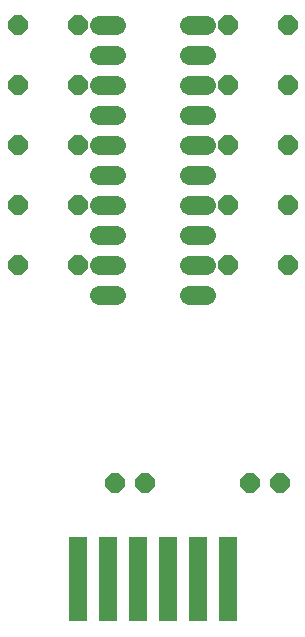
<source format=gbs>
G75*
G70*
%OFA0B0*%
%FSLAX24Y24*%
%IPPOS*%
%LPD*%
%AMOC8*
5,1,8,0,0,1.08239X$1,22.5*
%
%ADD10OC8,0.0640*%
%ADD11C,0.0640*%
%ADD12R,0.0600X0.2836*%
D10*
X004431Y004885D03*
X005431Y004885D03*
X008931Y004885D03*
X009931Y004885D03*
X010181Y012135D03*
X010181Y014135D03*
X010181Y016135D03*
X010181Y018135D03*
X010181Y020135D03*
X008181Y020135D03*
X008181Y018135D03*
X008181Y016135D03*
X008181Y014135D03*
X008181Y012135D03*
X003181Y012135D03*
X003181Y014135D03*
X003181Y016135D03*
X003181Y018135D03*
X003181Y020135D03*
X001181Y020135D03*
X001181Y018135D03*
X001181Y016135D03*
X001181Y014135D03*
X001181Y012135D03*
D11*
X003901Y012135D02*
X004461Y012135D01*
X004461Y013135D02*
X003901Y013135D01*
X003901Y014135D02*
X004461Y014135D01*
X004461Y015135D02*
X003901Y015135D01*
X003901Y016135D02*
X004461Y016135D01*
X004461Y017135D02*
X003901Y017135D01*
X003901Y018135D02*
X004461Y018135D01*
X004461Y019135D02*
X003901Y019135D01*
X003901Y020135D02*
X004461Y020135D01*
X006901Y020135D02*
X007461Y020135D01*
X007461Y019135D02*
X006901Y019135D01*
X006901Y018135D02*
X007461Y018135D01*
X007461Y017135D02*
X006901Y017135D01*
X006901Y016135D02*
X007461Y016135D01*
X007461Y015135D02*
X006901Y015135D01*
X006901Y014135D02*
X007461Y014135D01*
X007461Y013135D02*
X006901Y013135D01*
X006901Y012135D02*
X007461Y012135D01*
X007461Y011135D02*
X006901Y011135D01*
X004461Y011135D02*
X003901Y011135D01*
D12*
X003181Y001660D03*
X004181Y001660D03*
X005181Y001660D03*
X006181Y001660D03*
X007181Y001660D03*
X008181Y001660D03*
M02*

</source>
